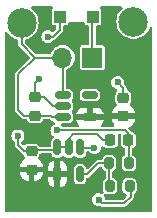
<source format=gbr>
G04 #@! TF.GenerationSoftware,KiCad,Pcbnew,8.0.1*
G04 #@! TF.CreationDate,2025-02-25T21:17:40-07:00*
G04 #@! TF.ProjectId,IRRemote,49525265-6d6f-4746-952e-6b696361645f,rev?*
G04 #@! TF.SameCoordinates,Original*
G04 #@! TF.FileFunction,Copper,L2,Bot*
G04 #@! TF.FilePolarity,Positive*
%FSLAX46Y46*%
G04 Gerber Fmt 4.6, Leading zero omitted, Abs format (unit mm)*
G04 Created by KiCad (PCBNEW 8.0.1) date 2025-02-25 21:17:40*
%MOMM*%
%LPD*%
G01*
G04 APERTURE LIST*
G04 Aperture macros list*
%AMRoundRect*
0 Rectangle with rounded corners*
0 $1 Rounding radius*
0 $2 $3 $4 $5 $6 $7 $8 $9 X,Y pos of 4 corners*
0 Add a 4 corners polygon primitive as box body*
4,1,4,$2,$3,$4,$5,$6,$7,$8,$9,$2,$3,0*
0 Add four circle primitives for the rounded corners*
1,1,$1+$1,$2,$3*
1,1,$1+$1,$4,$5*
1,1,$1+$1,$6,$7*
1,1,$1+$1,$8,$9*
0 Add four rect primitives between the rounded corners*
20,1,$1+$1,$2,$3,$4,$5,0*
20,1,$1+$1,$4,$5,$6,$7,0*
20,1,$1+$1,$6,$7,$8,$9,0*
20,1,$1+$1,$8,$9,$2,$3,0*%
G04 Aperture macros list end*
G04 #@! TA.AperFunction,ComponentPad*
%ADD10R,1.700000X1.700000*%
G04 #@! TD*
G04 #@! TA.AperFunction,ComponentPad*
%ADD11O,1.700000X1.700000*%
G04 #@! TD*
G04 #@! TA.AperFunction,ComponentPad*
%ADD12C,2.500000*%
G04 #@! TD*
G04 #@! TA.AperFunction,SMDPad,CuDef*
%ADD13RoundRect,0.150000X-0.512500X-0.150000X0.512500X-0.150000X0.512500X0.150000X-0.512500X0.150000X0*%
G04 #@! TD*
G04 #@! TA.AperFunction,SMDPad,CuDef*
%ADD14RoundRect,0.225000X-0.250000X0.225000X-0.250000X-0.225000X0.250000X-0.225000X0.250000X0.225000X0*%
G04 #@! TD*
G04 #@! TA.AperFunction,SMDPad,CuDef*
%ADD15R,1.003300X0.990600*%
G04 #@! TD*
G04 #@! TA.AperFunction,SMDPad,CuDef*
%ADD16RoundRect,0.225000X-0.225000X-0.250000X0.225000X-0.250000X0.225000X0.250000X-0.225000X0.250000X0*%
G04 #@! TD*
G04 #@! TA.AperFunction,SMDPad,CuDef*
%ADD17RoundRect,0.200000X-0.200000X-0.275000X0.200000X-0.275000X0.200000X0.275000X-0.200000X0.275000X0*%
G04 #@! TD*
G04 #@! TA.AperFunction,SMDPad,CuDef*
%ADD18RoundRect,0.225000X0.250000X-0.225000X0.250000X0.225000X-0.250000X0.225000X-0.250000X-0.225000X0*%
G04 #@! TD*
G04 #@! TA.AperFunction,SMDPad,CuDef*
%ADD19RoundRect,0.150000X-0.150000X0.512500X-0.150000X-0.512500X0.150000X-0.512500X0.150000X0.512500X0*%
G04 #@! TD*
G04 #@! TA.AperFunction,SMDPad,CuDef*
%ADD20RoundRect,0.200000X0.200000X0.275000X-0.200000X0.275000X-0.200000X-0.275000X0.200000X-0.275000X0*%
G04 #@! TD*
G04 #@! TA.AperFunction,ViaPad*
%ADD21C,0.600000*%
G04 #@! TD*
G04 #@! TA.AperFunction,Conductor*
%ADD22C,0.152400*%
G04 #@! TD*
G04 APERTURE END LIST*
D10*
X139620000Y-69280000D03*
D11*
X137080000Y-69280000D03*
D12*
X133620000Y-66340000D03*
X143100000Y-66240000D03*
D13*
X137130000Y-74340000D03*
X137130000Y-73390000D03*
X137130000Y-72440000D03*
X139405000Y-72440000D03*
X139405000Y-74340000D03*
D14*
X134760000Y-72660000D03*
X134760000Y-74210000D03*
D15*
X139676700Y-65830000D03*
X136870000Y-65830000D03*
D16*
X141115000Y-76270000D03*
X142665000Y-76270000D03*
D17*
X141045000Y-78230000D03*
X142695000Y-78230000D03*
D18*
X142240000Y-74240000D03*
X142240000Y-72690000D03*
D19*
X136655000Y-76885000D03*
X137605000Y-76885000D03*
X138555000Y-76885000D03*
X138555000Y-79160000D03*
X136655000Y-79160000D03*
D18*
X134465000Y-78760000D03*
X134465000Y-77210000D03*
D20*
X142762500Y-80180000D03*
X141112500Y-80180000D03*
D21*
X135100000Y-71120000D03*
X133315000Y-75920000D03*
X141770000Y-71390000D03*
X139210000Y-71360000D03*
X139790000Y-76910000D03*
X140140000Y-81310000D03*
X136620000Y-75450000D03*
X135850000Y-67520000D03*
D22*
X137130000Y-73390000D02*
X136280000Y-73390000D01*
X134585000Y-77090000D02*
X134465000Y-77210000D01*
X140510000Y-76270000D02*
X140032400Y-75792400D01*
X139620000Y-69280000D02*
X139620000Y-66270000D01*
X141115000Y-76270000D02*
X140510000Y-76270000D01*
X134760000Y-72660000D02*
X134760000Y-71460000D01*
X133315000Y-76655000D02*
X133315000Y-75920000D01*
X139620000Y-66270000D02*
X139660000Y-66230000D01*
X141770000Y-71390000D02*
X142240000Y-71860000D01*
X133870000Y-77210000D02*
X133315000Y-76655000D01*
X137947600Y-75792400D02*
X137605000Y-76135000D01*
X137605000Y-76885000D02*
X136655000Y-76885000D01*
X134760000Y-71460000D02*
X135100000Y-71120000D01*
X135550000Y-72660000D02*
X134760000Y-72660000D01*
X137605000Y-76135000D02*
X137605000Y-76885000D01*
X142240000Y-71860000D02*
X142240000Y-72690000D01*
X136655000Y-76885000D02*
X136450000Y-77090000D01*
X134465000Y-77210000D02*
X133870000Y-77210000D01*
X136450000Y-77090000D02*
X134585000Y-77090000D01*
X140032400Y-75792400D02*
X137947600Y-75792400D01*
X136280000Y-73390000D02*
X135550000Y-72660000D01*
X134780000Y-69280000D02*
X133620000Y-68120000D01*
X136230000Y-74340000D02*
X137130000Y-74340000D01*
X137130000Y-69330000D02*
X137080000Y-69280000D01*
X133820000Y-74210000D02*
X133350000Y-73740000D01*
X134760000Y-74210000D02*
X133820000Y-74210000D01*
X136100000Y-74210000D02*
X136230000Y-74340000D01*
X134760000Y-74210000D02*
X136100000Y-74210000D01*
X137130000Y-72440000D02*
X137130000Y-69330000D01*
X133620000Y-68120000D02*
X133620000Y-66340000D01*
X133350000Y-73740000D02*
X133350000Y-70710000D01*
X133350000Y-70710000D02*
X134780000Y-69280000D01*
X134780000Y-69280000D02*
X137080000Y-69280000D01*
X139790000Y-76910000D02*
X138580000Y-76910000D01*
X140460000Y-81630000D02*
X142290000Y-81630000D01*
X138580000Y-76910000D02*
X138555000Y-76885000D01*
X142850000Y-81070000D02*
X142850000Y-80180000D01*
X140140000Y-81310000D02*
X140460000Y-81630000D01*
X142290000Y-81630000D02*
X142850000Y-81070000D01*
X142695000Y-78230000D02*
X142695000Y-76300000D01*
X136630000Y-75440000D02*
X142400000Y-75440000D01*
X142665000Y-75705000D02*
X142665000Y-76270000D01*
X142400000Y-75440000D02*
X142665000Y-75705000D01*
X136620000Y-75450000D02*
X136630000Y-75440000D01*
X142695000Y-76300000D02*
X142665000Y-76270000D01*
X141025000Y-78250000D02*
X141045000Y-78230000D01*
X141025000Y-80180000D02*
X141025000Y-78250000D01*
X139185000Y-79160000D02*
X138555000Y-79160000D01*
X141045000Y-78230000D02*
X140115000Y-78230000D01*
X140115000Y-78230000D02*
X139185000Y-79160000D01*
X136280000Y-67520000D02*
X136853300Y-66946700D01*
X135850000Y-67520000D02*
X136280000Y-67520000D01*
X136853300Y-66946700D02*
X136853300Y-66230000D01*
G04 #@! TA.AperFunction,Conductor*
G36*
X136255687Y-64960185D02*
G01*
X136301442Y-65012989D01*
X136311386Y-65082147D01*
X136282361Y-65145703D01*
X136257540Y-65167602D01*
X136223797Y-65190148D01*
X136179482Y-65256469D01*
X136179481Y-65256470D01*
X136167850Y-65314947D01*
X136167850Y-66345052D01*
X136179481Y-66403529D01*
X136179482Y-66403530D01*
X136223797Y-66469852D01*
X136290119Y-66514167D01*
X136290120Y-66514168D01*
X136348597Y-66525799D01*
X136348600Y-66525800D01*
X136348602Y-66525800D01*
X136452600Y-66525800D01*
X136519639Y-66545485D01*
X136565394Y-66598289D01*
X136576600Y-66649800D01*
X136576600Y-66780724D01*
X136556915Y-66847763D01*
X136540281Y-66868405D01*
X136341405Y-67067280D01*
X136280082Y-67100765D01*
X136210390Y-67095781D01*
X136178238Y-67077975D01*
X136127625Y-67039139D01*
X136127623Y-67039138D01*
X135993712Y-66983671D01*
X135993710Y-66983670D01*
X135993709Y-66983670D01*
X135921854Y-66974210D01*
X135850001Y-66964750D01*
X135849999Y-66964750D01*
X135706291Y-66983670D01*
X135706287Y-66983671D01*
X135572377Y-67039137D01*
X135457379Y-67127379D01*
X135369137Y-67242377D01*
X135313671Y-67376287D01*
X135313670Y-67376291D01*
X135294750Y-67519999D01*
X135294750Y-67520000D01*
X135313670Y-67663708D01*
X135313671Y-67663712D01*
X135369137Y-67797622D01*
X135369138Y-67797624D01*
X135369139Y-67797625D01*
X135457379Y-67912621D01*
X135572375Y-68000861D01*
X135706291Y-68056330D01*
X135833280Y-68073048D01*
X135849999Y-68075250D01*
X135850000Y-68075250D01*
X135850001Y-68075250D01*
X135864977Y-68073278D01*
X135993709Y-68056330D01*
X136127625Y-68000861D01*
X136242621Y-67912621D01*
X136309866Y-67824984D01*
X136366292Y-67783784D01*
X136376136Y-67780701D01*
X136386803Y-67777844D01*
X136386805Y-67777842D01*
X136386807Y-67777842D01*
X136412041Y-67763272D01*
X136449898Y-67741415D01*
X137074715Y-67116598D01*
X137103190Y-67067280D01*
X137111144Y-67053504D01*
X137111144Y-67053503D01*
X137129999Y-66983133D01*
X137130000Y-66983127D01*
X137130000Y-66649800D01*
X137149685Y-66582761D01*
X137202489Y-66537006D01*
X137254000Y-66525800D01*
X137391400Y-66525800D01*
X137391401Y-66525799D01*
X137406218Y-66522852D01*
X137449879Y-66514168D01*
X137449879Y-66514167D01*
X137449881Y-66514167D01*
X137516202Y-66469852D01*
X137560517Y-66403531D01*
X137566329Y-66374308D01*
X137598714Y-66312399D01*
X137659429Y-66277824D01*
X137687947Y-66274500D01*
X138858753Y-66274500D01*
X138925792Y-66294185D01*
X138971547Y-66346989D01*
X138980371Y-66374310D01*
X138986183Y-66403531D01*
X139030497Y-66469852D01*
X139096819Y-66514167D01*
X139096820Y-66514168D01*
X139155297Y-66525799D01*
X139155300Y-66525800D01*
X139155302Y-66525800D01*
X139219300Y-66525800D01*
X139286339Y-66545485D01*
X139332094Y-66598289D01*
X139343300Y-66649800D01*
X139343300Y-68105500D01*
X139323615Y-68172539D01*
X139270811Y-68218294D01*
X139219300Y-68229500D01*
X138750247Y-68229500D01*
X138691770Y-68241131D01*
X138691769Y-68241132D01*
X138625447Y-68285447D01*
X138581132Y-68351769D01*
X138581131Y-68351770D01*
X138569500Y-68410247D01*
X138569500Y-70149752D01*
X138581131Y-70208229D01*
X138581132Y-70208230D01*
X138625447Y-70274552D01*
X138691769Y-70318867D01*
X138691770Y-70318868D01*
X138750247Y-70330499D01*
X138750250Y-70330500D01*
X138750252Y-70330500D01*
X140489750Y-70330500D01*
X140489751Y-70330499D01*
X140504568Y-70327552D01*
X140548229Y-70318868D01*
X140548229Y-70318867D01*
X140548231Y-70318867D01*
X140614552Y-70274552D01*
X140658867Y-70208231D01*
X140658867Y-70208229D01*
X140658868Y-70208229D01*
X140670499Y-70149752D01*
X140670500Y-70149750D01*
X140670500Y-68410249D01*
X140670499Y-68410247D01*
X140658868Y-68351770D01*
X140658867Y-68351769D01*
X140614552Y-68285447D01*
X140548230Y-68241132D01*
X140548229Y-68241131D01*
X140489752Y-68229500D01*
X140489748Y-68229500D01*
X140020700Y-68229500D01*
X139953661Y-68209815D01*
X139907906Y-68157011D01*
X139896700Y-68105500D01*
X139896700Y-66649800D01*
X139916385Y-66582761D01*
X139969189Y-66537006D01*
X140020700Y-66525800D01*
X140198100Y-66525800D01*
X140198101Y-66525799D01*
X140212918Y-66522852D01*
X140256579Y-66514168D01*
X140256579Y-66514167D01*
X140256581Y-66514167D01*
X140322902Y-66469852D01*
X140367217Y-66403531D01*
X140367217Y-66403529D01*
X140367218Y-66403529D01*
X140378849Y-66345052D01*
X140378850Y-66345050D01*
X140378850Y-65314949D01*
X140378849Y-65314947D01*
X140367218Y-65256470D01*
X140367217Y-65256469D01*
X140322902Y-65190148D01*
X140289160Y-65167602D01*
X140244356Y-65113989D01*
X140235649Y-65044664D01*
X140265804Y-64981637D01*
X140325248Y-64944918D01*
X140358052Y-64940500D01*
X142046838Y-64940500D01*
X142113877Y-64960185D01*
X142159632Y-65012989D01*
X142169576Y-65082147D01*
X142140551Y-65145703D01*
X142123000Y-65162353D01*
X142114242Y-65169169D01*
X142114239Y-65169172D01*
X141951430Y-65346029D01*
X141951427Y-65346033D01*
X141819951Y-65547270D01*
X141723389Y-65767410D01*
X141664379Y-66000440D01*
X141644529Y-66239994D01*
X141644529Y-66240005D01*
X141664379Y-66479559D01*
X141723389Y-66712589D01*
X141819951Y-66932729D01*
X141951427Y-67133966D01*
X141951429Y-67133969D01*
X142114236Y-67310825D01*
X142114239Y-67310827D01*
X142114242Y-67310830D01*
X142303924Y-67458466D01*
X142303930Y-67458470D01*
X142303933Y-67458472D01*
X142515344Y-67572882D01*
X142515347Y-67572883D01*
X142742699Y-67650933D01*
X142742701Y-67650933D01*
X142742703Y-67650934D01*
X142979808Y-67690500D01*
X142979809Y-67690500D01*
X143220191Y-67690500D01*
X143220192Y-67690500D01*
X143457297Y-67650934D01*
X143684656Y-67572882D01*
X143896067Y-67458472D01*
X144085764Y-67310825D01*
X144248571Y-67133969D01*
X144380049Y-66932728D01*
X144461945Y-66746023D01*
X144506900Y-66692539D01*
X144573636Y-66671849D01*
X144640964Y-66690523D01*
X144687507Y-66742634D01*
X144699500Y-66795835D01*
X144699500Y-82225500D01*
X144679815Y-82292539D01*
X144627011Y-82338294D01*
X144575500Y-82349500D01*
X132314500Y-82349500D01*
X132247461Y-82329815D01*
X132201706Y-82277011D01*
X132190500Y-82225500D01*
X132190500Y-79010000D01*
X133490001Y-79010000D01*
X133490001Y-79033322D01*
X133500144Y-79132607D01*
X133553452Y-79293481D01*
X133553457Y-79293492D01*
X133642424Y-79437728D01*
X133642427Y-79437732D01*
X133762267Y-79557572D01*
X133762271Y-79557575D01*
X133906507Y-79646542D01*
X133906518Y-79646547D01*
X134067393Y-79699855D01*
X134166683Y-79709999D01*
X134214999Y-79709998D01*
X134215000Y-79709998D01*
X134215000Y-79010000D01*
X134715000Y-79010000D01*
X134715000Y-79709999D01*
X134763308Y-79709999D01*
X134763322Y-79709998D01*
X134862607Y-79699855D01*
X135023481Y-79646547D01*
X135023492Y-79646542D01*
X135167728Y-79557575D01*
X135167732Y-79557572D01*
X135287572Y-79437732D01*
X135287575Y-79437728D01*
X135304678Y-79410000D01*
X135855000Y-79410000D01*
X135855000Y-79738149D01*
X135857899Y-79774989D01*
X135857900Y-79774995D01*
X135903716Y-79932693D01*
X135903717Y-79932696D01*
X135987314Y-80074052D01*
X135987321Y-80074061D01*
X136103438Y-80190178D01*
X136103447Y-80190185D01*
X136244801Y-80273781D01*
X136402514Y-80319600D01*
X136402511Y-80319600D01*
X136404998Y-80319795D01*
X136405000Y-80319795D01*
X136405000Y-79410000D01*
X136905000Y-79410000D01*
X136905000Y-80319795D01*
X136905001Y-80319795D01*
X136907486Y-80319600D01*
X137065198Y-80273781D01*
X137206552Y-80190185D01*
X137206561Y-80190178D01*
X137322678Y-80074061D01*
X137322685Y-80074052D01*
X137406282Y-79932696D01*
X137406283Y-79932693D01*
X137452099Y-79774995D01*
X137452100Y-79774989D01*
X137454999Y-79738149D01*
X137455000Y-79738134D01*
X137455000Y-79705760D01*
X138054500Y-79705760D01*
X138064426Y-79773891D01*
X138115803Y-79878985D01*
X138198514Y-79961696D01*
X138198515Y-79961696D01*
X138198517Y-79961698D01*
X138303607Y-80013073D01*
X138337673Y-80018036D01*
X138371739Y-80023000D01*
X138371740Y-80023000D01*
X138738261Y-80023000D01*
X138760971Y-80019691D01*
X138806393Y-80013073D01*
X138911483Y-79961698D01*
X138994198Y-79878983D01*
X139045573Y-79773893D01*
X139055500Y-79705760D01*
X139055500Y-79560700D01*
X139075185Y-79493661D01*
X139127989Y-79447906D01*
X139179500Y-79436700D01*
X139221428Y-79436700D01*
X139221433Y-79436699D01*
X139291803Y-79417844D01*
X139291804Y-79417844D01*
X139336755Y-79391890D01*
X139354898Y-79381415D01*
X140193294Y-78543019D01*
X140254617Y-78509534D01*
X140280975Y-78506700D01*
X140333871Y-78506700D01*
X140400910Y-78526385D01*
X140446665Y-78579189D01*
X140456344Y-78611303D01*
X140459352Y-78630299D01*
X140459352Y-78630300D01*
X140459353Y-78630303D01*
X140459354Y-78630304D01*
X140516950Y-78743342D01*
X140516952Y-78743344D01*
X140516954Y-78743347D01*
X140606652Y-78833045D01*
X140606656Y-78833048D01*
X140606658Y-78833050D01*
X140680597Y-78870724D01*
X140731391Y-78918696D01*
X140748300Y-78981207D01*
X140748300Y-79463185D01*
X140728615Y-79530224D01*
X140680597Y-79573669D01*
X140674155Y-79576951D01*
X140584454Y-79666652D01*
X140584451Y-79666657D01*
X140526852Y-79779698D01*
X140512000Y-79873475D01*
X140512000Y-80486517D01*
X140522792Y-80554657D01*
X140526854Y-80580304D01*
X140564186Y-80653572D01*
X140577082Y-80722239D01*
X140550806Y-80786980D01*
X140493700Y-80827237D01*
X140423894Y-80830229D01*
X140406249Y-80824427D01*
X140380820Y-80813894D01*
X140283709Y-80773670D01*
X140283708Y-80773669D01*
X140283706Y-80773669D01*
X140140001Y-80754750D01*
X140139999Y-80754750D01*
X139996291Y-80773670D01*
X139996287Y-80773671D01*
X139862377Y-80829137D01*
X139747379Y-80917379D01*
X139659137Y-81032377D01*
X139603671Y-81166287D01*
X139603670Y-81166291D01*
X139584750Y-81309999D01*
X139584750Y-81310000D01*
X139603670Y-81453708D01*
X139603671Y-81453712D01*
X139659137Y-81587622D01*
X139659138Y-81587624D01*
X139659139Y-81587625D01*
X139747379Y-81702621D01*
X139862375Y-81790861D01*
X139996291Y-81846330D01*
X140121755Y-81862848D01*
X140139999Y-81865250D01*
X140140000Y-81865250D01*
X140140001Y-81865250D01*
X140169091Y-81861419D01*
X140240010Y-81852083D01*
X140309044Y-81862848D01*
X140318196Y-81867636D01*
X140353197Y-81887844D01*
X140423568Y-81906699D01*
X140423572Y-81906700D01*
X140423575Y-81906700D01*
X142326428Y-81906700D01*
X142326433Y-81906699D01*
X142396803Y-81887844D01*
X142396804Y-81887844D01*
X142440096Y-81862848D01*
X142459898Y-81851415D01*
X143071415Y-81239898D01*
X143087652Y-81211775D01*
X143107844Y-81176804D01*
X143107844Y-81176803D01*
X143126699Y-81106433D01*
X143126700Y-81106427D01*
X143126700Y-80896814D01*
X143146385Y-80829775D01*
X143194405Y-80786329D01*
X143200842Y-80783050D01*
X143290550Y-80693342D01*
X143348146Y-80580304D01*
X143348146Y-80580302D01*
X143348147Y-80580301D01*
X143362999Y-80486524D01*
X143363000Y-80486519D01*
X143362999Y-79873482D01*
X143348146Y-79779696D01*
X143290550Y-79666658D01*
X143290546Y-79666654D01*
X143290545Y-79666652D01*
X143200847Y-79576954D01*
X143200844Y-79576952D01*
X143200842Y-79576950D01*
X143124017Y-79537805D01*
X143087801Y-79519352D01*
X142994024Y-79504500D01*
X142530982Y-79504500D01*
X142450019Y-79517323D01*
X142437196Y-79519354D01*
X142324158Y-79576950D01*
X142324157Y-79576951D01*
X142324152Y-79576954D01*
X142234454Y-79666652D01*
X142234451Y-79666657D01*
X142176852Y-79779698D01*
X142162000Y-79873475D01*
X142162000Y-80486517D01*
X142172792Y-80554657D01*
X142176854Y-80580304D01*
X142234450Y-80693342D01*
X142234452Y-80693344D01*
X142234454Y-80693347D01*
X142324152Y-80783045D01*
X142324154Y-80783046D01*
X142324158Y-80783050D01*
X142437196Y-80840646D01*
X142437197Y-80840646D01*
X142445891Y-80845076D01*
X142444895Y-80847029D01*
X142491756Y-80879073D01*
X142518952Y-80943433D01*
X142507036Y-81012279D01*
X142483441Y-81045245D01*
X142211706Y-81316981D01*
X142150383Y-81350466D01*
X142124025Y-81353300D01*
X140809695Y-81353300D01*
X140742656Y-81333615D01*
X140696901Y-81280811D01*
X140686756Y-81245485D01*
X140686020Y-81239898D01*
X140676330Y-81166291D01*
X140620861Y-81032375D01*
X140606116Y-81013160D01*
X140580923Y-80947994D01*
X140594960Y-80879549D01*
X140643774Y-80829559D01*
X140711865Y-80813894D01*
X140760786Y-80827189D01*
X140765437Y-80829559D01*
X140787198Y-80840647D01*
X140880975Y-80855499D01*
X140880981Y-80855500D01*
X141344018Y-80855499D01*
X141437804Y-80840646D01*
X141550842Y-80783050D01*
X141640550Y-80693342D01*
X141698146Y-80580304D01*
X141698146Y-80580302D01*
X141698147Y-80580301D01*
X141712999Y-80486524D01*
X141713000Y-80486519D01*
X141712999Y-79873482D01*
X141698146Y-79779696D01*
X141640550Y-79666658D01*
X141640546Y-79666654D01*
X141640545Y-79666652D01*
X141550847Y-79576954D01*
X141550844Y-79576952D01*
X141550842Y-79576950D01*
X141437804Y-79519354D01*
X141437802Y-79519353D01*
X141437801Y-79519353D01*
X141406299Y-79514363D01*
X141343165Y-79484432D01*
X141306235Y-79425120D01*
X141301700Y-79391890D01*
X141301700Y-79001589D01*
X141321385Y-78934550D01*
X141369405Y-78891105D01*
X141483338Y-78833052D01*
X141483337Y-78833052D01*
X141483342Y-78833050D01*
X141573050Y-78743342D01*
X141630646Y-78630304D01*
X141630646Y-78630302D01*
X141630647Y-78630301D01*
X141644156Y-78545004D01*
X141645500Y-78536519D01*
X141645499Y-77923482D01*
X141630646Y-77829696D01*
X141573050Y-77716658D01*
X141573046Y-77716654D01*
X141573045Y-77716652D01*
X141483347Y-77626954D01*
X141483344Y-77626952D01*
X141483342Y-77626950D01*
X141406517Y-77587805D01*
X141370301Y-77569352D01*
X141276524Y-77554500D01*
X140813482Y-77554500D01*
X140732519Y-77567323D01*
X140719696Y-77569354D01*
X140606658Y-77626950D01*
X140606657Y-77626951D01*
X140606652Y-77626954D01*
X140516954Y-77716652D01*
X140516951Y-77716657D01*
X140516950Y-77716658D01*
X140482878Y-77783528D01*
X140459354Y-77829696D01*
X140456345Y-77848697D01*
X140426416Y-77911832D01*
X140367105Y-77948764D01*
X140333871Y-77953300D01*
X140078566Y-77953300D01*
X140008196Y-77972155D01*
X140008195Y-77972155D01*
X139945107Y-78008581D01*
X139945098Y-78008587D01*
X139266363Y-78687323D01*
X139205040Y-78720808D01*
X139135348Y-78715824D01*
X139079415Y-78673952D01*
X139055978Y-78617520D01*
X139045573Y-78546108D01*
X139045573Y-78546107D01*
X138994198Y-78441017D01*
X138994196Y-78441015D01*
X138994196Y-78441014D01*
X138911485Y-78358303D01*
X138806391Y-78306926D01*
X138738261Y-78297000D01*
X138738260Y-78297000D01*
X138371740Y-78297000D01*
X138371739Y-78297000D01*
X138303608Y-78306926D01*
X138198514Y-78358303D01*
X138115803Y-78441014D01*
X138064426Y-78546108D01*
X138054500Y-78614239D01*
X138054500Y-79705760D01*
X137455000Y-79705760D01*
X137455000Y-79410000D01*
X136905000Y-79410000D01*
X136405000Y-79410000D01*
X135855000Y-79410000D01*
X135304678Y-79410000D01*
X135376542Y-79293492D01*
X135376547Y-79293481D01*
X135429855Y-79132606D01*
X135439999Y-79033322D01*
X135440000Y-79033309D01*
X135440000Y-79010000D01*
X134715000Y-79010000D01*
X134215000Y-79010000D01*
X133490001Y-79010000D01*
X132190500Y-79010000D01*
X132190500Y-78910000D01*
X135855000Y-78910000D01*
X136405000Y-78910000D01*
X136405000Y-78000203D01*
X136905000Y-78000203D01*
X136905000Y-78910000D01*
X137455000Y-78910000D01*
X137455000Y-78581865D01*
X137454999Y-78581850D01*
X137452100Y-78545010D01*
X137452099Y-78545004D01*
X137406283Y-78387306D01*
X137406282Y-78387303D01*
X137322685Y-78245947D01*
X137322678Y-78245938D01*
X137206561Y-78129821D01*
X137206552Y-78129814D01*
X137065196Y-78046217D01*
X137065193Y-78046216D01*
X136907494Y-78000400D01*
X136907497Y-78000400D01*
X136905000Y-78000203D01*
X136405000Y-78000203D01*
X136402503Y-78000400D01*
X136244806Y-78046216D01*
X136244803Y-78046217D01*
X136103447Y-78129814D01*
X136103438Y-78129821D01*
X135987321Y-78245938D01*
X135987314Y-78245947D01*
X135903717Y-78387303D01*
X135903716Y-78387306D01*
X135857900Y-78545004D01*
X135857899Y-78545010D01*
X135855000Y-78581850D01*
X135855000Y-78910000D01*
X132190500Y-78910000D01*
X132190500Y-67220483D01*
X132210185Y-67153444D01*
X132262989Y-67107689D01*
X132332147Y-67097745D01*
X132395703Y-67126770D01*
X132418303Y-67152654D01*
X132471429Y-67233969D01*
X132634236Y-67410825D01*
X132634239Y-67410827D01*
X132634242Y-67410830D01*
X132823924Y-67558466D01*
X132823930Y-67558470D01*
X132823933Y-67558472D01*
X133035344Y-67672882D01*
X133035347Y-67672883D01*
X133259563Y-67749856D01*
X133316578Y-67790241D01*
X133342709Y-67855041D01*
X133343300Y-67867137D01*
X133343300Y-68156433D01*
X133362155Y-68226803D01*
X133362155Y-68226804D01*
X133398581Y-68289892D01*
X133398587Y-68289901D01*
X134301005Y-69192319D01*
X134334490Y-69253642D01*
X134329506Y-69323334D01*
X134301005Y-69367681D01*
X133128587Y-70540098D01*
X133128585Y-70540101D01*
X133092154Y-70603199D01*
X133087931Y-70618962D01*
X133087931Y-70618964D01*
X133073300Y-70673568D01*
X133073300Y-73776433D01*
X133092155Y-73846803D01*
X133092155Y-73846804D01*
X133128581Y-73909892D01*
X133128587Y-73909901D01*
X133375426Y-74156739D01*
X133598585Y-74379898D01*
X133650102Y-74431415D01*
X133678223Y-74447651D01*
X133713197Y-74467844D01*
X133783568Y-74486699D01*
X133783572Y-74486700D01*
X133983733Y-74486700D01*
X134050772Y-74506385D01*
X134096527Y-74559189D01*
X134099116Y-74565839D01*
X134100280Y-74568125D01*
X134100281Y-74568126D01*
X134161472Y-74688220D01*
X134161474Y-74688222D01*
X134161476Y-74688225D01*
X134256774Y-74783523D01*
X134256778Y-74783526D01*
X134256780Y-74783528D01*
X134376874Y-74844719D01*
X134376876Y-74844719D01*
X134376878Y-74844720D01*
X134476507Y-74860500D01*
X134476512Y-74860500D01*
X135043493Y-74860500D01*
X135143121Y-74844720D01*
X135143121Y-74844719D01*
X135143126Y-74844719D01*
X135263220Y-74783528D01*
X135358528Y-74688220D01*
X135419719Y-74568126D01*
X135419719Y-74568124D01*
X135424149Y-74559431D01*
X135426405Y-74560580D01*
X135457773Y-74514707D01*
X135522131Y-74487508D01*
X135536267Y-74486700D01*
X135934025Y-74486700D01*
X136001064Y-74506385D01*
X136021707Y-74523020D01*
X136060098Y-74561412D01*
X136060101Y-74561414D01*
X136060102Y-74561415D01*
X136060105Y-74561417D01*
X136060107Y-74561418D01*
X136123195Y-74597844D01*
X136193566Y-74616699D01*
X136193572Y-74616700D01*
X136211894Y-74616700D01*
X136278933Y-74636385D01*
X136323295Y-74686241D01*
X136328302Y-74696484D01*
X136393996Y-74762178D01*
X136427481Y-74823501D01*
X136422497Y-74893193D01*
X136380625Y-74949126D01*
X136353767Y-74964420D01*
X136342378Y-74969137D01*
X136342375Y-74969138D01*
X136342375Y-74969139D01*
X136285290Y-75012942D01*
X136227379Y-75057379D01*
X136139137Y-75172377D01*
X136083671Y-75306287D01*
X136083670Y-75306291D01*
X136064750Y-75449999D01*
X136064750Y-75450000D01*
X136083670Y-75593708D01*
X136083671Y-75593712D01*
X136139137Y-75727622D01*
X136139138Y-75727624D01*
X136139139Y-75727625D01*
X136227379Y-75842621D01*
X136291639Y-75891930D01*
X136332840Y-75948356D01*
X136336995Y-76018102D01*
X136303833Y-76077985D01*
X136215802Y-76166016D01*
X136164426Y-76271108D01*
X136154500Y-76339239D01*
X136154500Y-76689300D01*
X136134815Y-76756339D01*
X136082011Y-76802094D01*
X136030500Y-76813300D01*
X135181052Y-76813300D01*
X135114013Y-76793615D01*
X135070567Y-76745595D01*
X135063526Y-76731777D01*
X134968225Y-76636476D01*
X134968221Y-76636473D01*
X134968220Y-76636472D01*
X134848126Y-76575281D01*
X134848124Y-76575280D01*
X134848121Y-76575279D01*
X134748493Y-76559500D01*
X134748488Y-76559500D01*
X134181512Y-76559500D01*
X134181507Y-76559500D01*
X134081878Y-76575279D01*
X133961778Y-76636473D01*
X133961774Y-76636476D01*
X133912463Y-76685788D01*
X133851140Y-76719273D01*
X133781448Y-76714289D01*
X133737101Y-76685788D01*
X133628019Y-76576706D01*
X133594534Y-76515383D01*
X133591700Y-76489025D01*
X133591700Y-76462720D01*
X133611385Y-76395681D01*
X133640212Y-76364345D01*
X133707621Y-76312621D01*
X133795861Y-76197625D01*
X133851330Y-76063709D01*
X133870250Y-75920000D01*
X133851330Y-75776291D01*
X133795861Y-75642375D01*
X133707621Y-75527379D01*
X133592625Y-75439139D01*
X133592624Y-75439138D01*
X133592622Y-75439137D01*
X133458712Y-75383671D01*
X133458710Y-75383670D01*
X133458709Y-75383670D01*
X133386854Y-75374210D01*
X133315001Y-75364750D01*
X133314999Y-75364750D01*
X133171291Y-75383670D01*
X133171287Y-75383671D01*
X133037377Y-75439137D01*
X132922379Y-75527379D01*
X132834137Y-75642377D01*
X132778671Y-75776287D01*
X132778670Y-75776291D01*
X132759750Y-75919999D01*
X132759750Y-75920000D01*
X132778670Y-76063708D01*
X132778671Y-76063712D01*
X132834137Y-76197622D01*
X132834138Y-76197624D01*
X132834139Y-76197625D01*
X132922379Y-76312621D01*
X132989786Y-76364345D01*
X133030989Y-76420772D01*
X133038300Y-76462720D01*
X133038300Y-76691433D01*
X133057155Y-76761803D01*
X133057155Y-76761804D01*
X133093581Y-76824892D01*
X133093587Y-76824901D01*
X133455387Y-77186700D01*
X133648585Y-77379898D01*
X133700102Y-77431415D01*
X133740814Y-77454920D01*
X133789029Y-77505488D01*
X133801286Y-77542908D01*
X133805279Y-77568123D01*
X133810865Y-77579085D01*
X133866472Y-77688220D01*
X133866474Y-77688222D01*
X133866476Y-77688225D01*
X133885424Y-77707173D01*
X133918909Y-77768496D01*
X133913925Y-77838188D01*
X133872053Y-77894121D01*
X133862841Y-77900392D01*
X133762268Y-77962426D01*
X133642427Y-78082267D01*
X133642424Y-78082271D01*
X133553457Y-78226507D01*
X133553452Y-78226518D01*
X133500144Y-78387393D01*
X133490000Y-78486677D01*
X133490000Y-78510000D01*
X135439999Y-78510000D01*
X135439999Y-78486692D01*
X135439998Y-78486677D01*
X135429855Y-78387392D01*
X135376547Y-78226518D01*
X135376542Y-78226507D01*
X135287575Y-78082271D01*
X135287572Y-78082267D01*
X135167732Y-77962427D01*
X135167728Y-77962424D01*
X135067159Y-77900392D01*
X135020434Y-77848444D01*
X135009213Y-77779482D01*
X135037056Y-77715400D01*
X135044565Y-77707182D01*
X135063528Y-77688220D01*
X135124719Y-77568126D01*
X135128713Y-77542908D01*
X135140055Y-77471302D01*
X135169984Y-77408167D01*
X135229296Y-77371236D01*
X135262528Y-77366700D01*
X136037924Y-77366700D01*
X136104963Y-77386385D01*
X136150718Y-77439189D01*
X136160628Y-77472822D01*
X136164426Y-77498891D01*
X136215803Y-77603985D01*
X136298514Y-77686696D01*
X136298515Y-77686696D01*
X136298517Y-77686698D01*
X136403607Y-77738073D01*
X136437673Y-77743036D01*
X136471739Y-77748000D01*
X136471740Y-77748000D01*
X136838261Y-77748000D01*
X136860971Y-77744691D01*
X136906393Y-77738073D01*
X137011483Y-77686698D01*
X137011485Y-77686696D01*
X137042319Y-77655863D01*
X137103642Y-77622378D01*
X137173334Y-77627362D01*
X137217681Y-77655863D01*
X137248514Y-77686696D01*
X137248515Y-77686696D01*
X137248517Y-77686698D01*
X137353607Y-77738073D01*
X137387673Y-77743036D01*
X137421739Y-77748000D01*
X137421740Y-77748000D01*
X137788261Y-77748000D01*
X137810971Y-77744691D01*
X137856393Y-77738073D01*
X137961483Y-77686698D01*
X137961485Y-77686696D01*
X137992319Y-77655863D01*
X138053642Y-77622378D01*
X138123334Y-77627362D01*
X138167681Y-77655863D01*
X138198514Y-77686696D01*
X138198515Y-77686696D01*
X138198517Y-77686698D01*
X138303607Y-77738073D01*
X138337673Y-77743036D01*
X138371739Y-77748000D01*
X138371740Y-77748000D01*
X138738261Y-77748000D01*
X138760971Y-77744691D01*
X138806393Y-77738073D01*
X138911483Y-77686698D01*
X138994198Y-77603983D01*
X139045573Y-77498893D01*
X139055500Y-77430760D01*
X139055500Y-77310700D01*
X139075185Y-77243661D01*
X139127989Y-77197906D01*
X139179500Y-77186700D01*
X139247280Y-77186700D01*
X139314319Y-77206385D01*
X139345654Y-77235212D01*
X139397379Y-77302621D01*
X139512375Y-77390861D01*
X139646291Y-77446330D01*
X139773280Y-77463048D01*
X139789999Y-77465250D01*
X139790000Y-77465250D01*
X139790001Y-77465250D01*
X139804977Y-77463278D01*
X139933709Y-77446330D01*
X140067625Y-77390861D01*
X140182621Y-77302621D01*
X140270861Y-77187625D01*
X140326330Y-77053709D01*
X140345250Y-76910000D01*
X140342443Y-76888679D01*
X140353208Y-76819644D01*
X140399588Y-76767388D01*
X140466857Y-76748502D01*
X140533657Y-76768982D01*
X140553063Y-76784812D01*
X140636774Y-76868523D01*
X140636778Y-76868526D01*
X140636780Y-76868528D01*
X140756874Y-76929719D01*
X140756876Y-76929719D01*
X140756878Y-76929720D01*
X140856507Y-76945500D01*
X140856512Y-76945500D01*
X141373493Y-76945500D01*
X141473121Y-76929720D01*
X141473121Y-76929719D01*
X141473126Y-76929719D01*
X141593220Y-76868528D01*
X141688528Y-76773220D01*
X141749719Y-76653126D01*
X141755977Y-76613615D01*
X141765500Y-76553493D01*
X141765500Y-75986506D01*
X141750519Y-75891928D01*
X141749719Y-75886874D01*
X141749717Y-75886870D01*
X141747168Y-75879023D01*
X141745169Y-75809182D01*
X141781247Y-75749348D01*
X141843947Y-75718517D01*
X141865097Y-75716700D01*
X141914903Y-75716700D01*
X141981942Y-75736385D01*
X142027697Y-75789189D01*
X142037641Y-75858347D01*
X142032832Y-75879023D01*
X142030280Y-75886876D01*
X142014500Y-75986506D01*
X142014500Y-76553493D01*
X142030279Y-76653121D01*
X142030280Y-76653124D01*
X142030281Y-76653126D01*
X142089313Y-76768982D01*
X142091473Y-76773221D01*
X142091476Y-76773225D01*
X142186774Y-76868523D01*
X142186778Y-76868526D01*
X142186780Y-76868528D01*
X142306874Y-76929719D01*
X142313694Y-76930799D01*
X142376830Y-76960727D01*
X142413763Y-77020037D01*
X142418300Y-77053273D01*
X142418300Y-77468601D01*
X142398615Y-77535640D01*
X142350596Y-77579085D01*
X142256659Y-77626949D01*
X142256652Y-77626954D01*
X142166954Y-77716652D01*
X142166951Y-77716657D01*
X142166950Y-77716658D01*
X142150980Y-77748000D01*
X142109352Y-77829698D01*
X142094500Y-77923475D01*
X142094500Y-78536517D01*
X142105292Y-78604657D01*
X142109354Y-78630304D01*
X142166950Y-78743342D01*
X142166952Y-78743344D01*
X142166954Y-78743347D01*
X142256652Y-78833045D01*
X142256654Y-78833046D01*
X142256658Y-78833050D01*
X142355279Y-78883300D01*
X142369698Y-78890647D01*
X142463475Y-78905499D01*
X142463481Y-78905500D01*
X142926518Y-78905499D01*
X143020304Y-78890646D01*
X143133342Y-78833050D01*
X143223050Y-78743342D01*
X143280646Y-78630304D01*
X143280646Y-78630302D01*
X143280647Y-78630301D01*
X143294156Y-78545004D01*
X143295500Y-78536519D01*
X143295499Y-77923482D01*
X143280646Y-77829696D01*
X143223050Y-77716658D01*
X143223046Y-77716654D01*
X143223045Y-77716652D01*
X143133347Y-77626954D01*
X143133343Y-77626951D01*
X143133342Y-77626950D01*
X143124369Y-77622378D01*
X143039404Y-77579085D01*
X142988609Y-77531110D01*
X142971700Y-77468601D01*
X142971700Y-77031908D01*
X142991385Y-76964869D01*
X143039403Y-76921425D01*
X143143220Y-76868528D01*
X143238528Y-76773220D01*
X143299719Y-76653126D01*
X143305977Y-76613615D01*
X143315500Y-76553493D01*
X143315500Y-75986506D01*
X143299720Y-75886878D01*
X143299719Y-75886876D01*
X143299719Y-75886874D01*
X143238528Y-75766780D01*
X143238526Y-75766778D01*
X143238523Y-75766774D01*
X143143225Y-75671476D01*
X143143221Y-75671473D01*
X143143220Y-75671472D01*
X143023126Y-75610281D01*
X143023125Y-75610280D01*
X143023122Y-75610279D01*
X142978843Y-75603266D01*
X142915709Y-75573335D01*
X142890858Y-75542796D01*
X142886419Y-75535108D01*
X142886416Y-75535105D01*
X142886415Y-75535102D01*
X142801312Y-75449999D01*
X142699813Y-75348499D01*
X142666328Y-75287176D01*
X142671312Y-75217484D01*
X142713184Y-75161551D01*
X142748492Y-75143111D01*
X142798484Y-75126545D01*
X142798492Y-75126542D01*
X142942728Y-75037575D01*
X142942732Y-75037572D01*
X143062572Y-74917732D01*
X143062575Y-74917728D01*
X143151542Y-74773492D01*
X143151547Y-74773481D01*
X143204855Y-74612606D01*
X143214999Y-74513322D01*
X143215000Y-74513309D01*
X143215000Y-74490000D01*
X141265001Y-74490000D01*
X141265001Y-74513322D01*
X141275144Y-74612607D01*
X141328452Y-74773481D01*
X141328457Y-74773492D01*
X141417424Y-74917728D01*
X141417427Y-74917732D01*
X141451314Y-74951619D01*
X141484799Y-75012942D01*
X141479815Y-75082634D01*
X141437943Y-75138567D01*
X141372479Y-75162984D01*
X141363633Y-75163300D01*
X140462802Y-75163300D01*
X140395763Y-75143615D01*
X140350008Y-75090811D01*
X140340064Y-75021653D01*
X140369089Y-74958097D01*
X140375121Y-74951619D01*
X140435178Y-74891561D01*
X140435185Y-74891552D01*
X140518781Y-74750198D01*
X140564600Y-74592486D01*
X140564795Y-74590001D01*
X140564795Y-74590000D01*
X138245205Y-74590000D01*
X138245204Y-74590001D01*
X138245399Y-74592486D01*
X138291218Y-74750198D01*
X138374814Y-74891552D01*
X138374821Y-74891561D01*
X138434879Y-74951619D01*
X138468364Y-75012942D01*
X138463380Y-75082634D01*
X138421508Y-75138567D01*
X138356044Y-75162984D01*
X138347198Y-75163300D01*
X137155047Y-75163300D01*
X137088008Y-75143615D01*
X137056673Y-75114789D01*
X137012621Y-75057379D01*
X137012618Y-75057376D01*
X137012616Y-75057374D01*
X137007423Y-75052181D01*
X136973938Y-74990858D01*
X136978922Y-74921166D01*
X137020794Y-74865233D01*
X137086258Y-74840816D01*
X137095104Y-74840500D01*
X137675761Y-74840500D01*
X137698471Y-74837191D01*
X137743893Y-74830573D01*
X137848983Y-74779198D01*
X137931698Y-74696483D01*
X137983073Y-74591393D01*
X137993000Y-74523260D01*
X137993000Y-74156740D01*
X137983276Y-74089998D01*
X138245204Y-74089998D01*
X138245205Y-74090000D01*
X139155000Y-74090000D01*
X139155000Y-73540000D01*
X139655000Y-73540000D01*
X139655000Y-74090000D01*
X140564795Y-74090000D01*
X140564795Y-74089998D01*
X140564600Y-74087513D01*
X140518781Y-73929801D01*
X140435185Y-73788447D01*
X140435178Y-73788438D01*
X140319061Y-73672321D01*
X140319052Y-73672314D01*
X140177696Y-73588717D01*
X140177693Y-73588716D01*
X140019995Y-73542900D01*
X140019989Y-73542899D01*
X139983149Y-73540000D01*
X139655000Y-73540000D01*
X139155000Y-73540000D01*
X138826850Y-73540000D01*
X138790010Y-73542899D01*
X138790004Y-73542900D01*
X138632306Y-73588716D01*
X138632303Y-73588717D01*
X138490947Y-73672314D01*
X138490938Y-73672321D01*
X138374821Y-73788438D01*
X138374814Y-73788447D01*
X138291218Y-73929801D01*
X138245399Y-74087513D01*
X138245204Y-74089998D01*
X137983276Y-74089998D01*
X137983073Y-74088607D01*
X137931698Y-73983517D01*
X137931696Y-73983515D01*
X137931696Y-73983514D01*
X137900863Y-73952681D01*
X137867378Y-73891358D01*
X137872362Y-73821666D01*
X137900863Y-73777319D01*
X137931696Y-73746485D01*
X137931698Y-73746483D01*
X137983073Y-73641393D01*
X137993000Y-73573260D01*
X137993000Y-73206740D01*
X137983073Y-73138607D01*
X137931698Y-73033517D01*
X137931696Y-73033515D01*
X137931696Y-73033514D01*
X137900863Y-73002681D01*
X137867378Y-72941358D01*
X137872362Y-72871666D01*
X137900863Y-72827319D01*
X137931696Y-72796485D01*
X137931698Y-72796483D01*
X137983073Y-72691393D01*
X137993000Y-72623260D01*
X138542000Y-72623260D01*
X138551926Y-72691391D01*
X138603303Y-72796485D01*
X138686014Y-72879196D01*
X138686015Y-72879196D01*
X138686017Y-72879198D01*
X138791107Y-72930573D01*
X138825173Y-72935536D01*
X138859239Y-72940500D01*
X138859240Y-72940500D01*
X139950761Y-72940500D01*
X139976841Y-72936700D01*
X140018893Y-72930573D01*
X140123983Y-72879198D01*
X140206698Y-72796483D01*
X140258073Y-72691393D01*
X140268000Y-72623260D01*
X140268000Y-72256740D01*
X140258073Y-72188607D01*
X140206698Y-72083517D01*
X140206696Y-72083515D01*
X140206696Y-72083514D01*
X140123985Y-72000803D01*
X140018891Y-71949426D01*
X139950761Y-71939500D01*
X139950760Y-71939500D01*
X138859240Y-71939500D01*
X138859239Y-71939500D01*
X138791108Y-71949426D01*
X138686014Y-72000803D01*
X138603303Y-72083514D01*
X138551926Y-72188608D01*
X138542000Y-72256739D01*
X138542000Y-72623260D01*
X137993000Y-72623260D01*
X137993000Y-72256740D01*
X137983073Y-72188607D01*
X137931698Y-72083517D01*
X137931696Y-72083515D01*
X137931696Y-72083514D01*
X137848985Y-72000803D01*
X137743891Y-71949426D01*
X137675761Y-71939500D01*
X137675760Y-71939500D01*
X137530700Y-71939500D01*
X137463661Y-71919815D01*
X137417906Y-71867011D01*
X137406700Y-71815500D01*
X137406700Y-71390000D01*
X141214750Y-71390000D01*
X141233670Y-71533708D01*
X141233671Y-71533712D01*
X141289137Y-71667622D01*
X141289138Y-71667624D01*
X141289139Y-71667625D01*
X141377379Y-71782621D01*
X141492375Y-71870861D01*
X141492376Y-71870861D01*
X141492377Y-71870862D01*
X141537013Y-71889350D01*
X141626291Y-71926330D01*
X141642652Y-71928484D01*
X141706545Y-71956747D01*
X141745018Y-72015071D01*
X141745851Y-72084935D01*
X141714148Y-72139103D01*
X141641473Y-72211778D01*
X141580279Y-72331878D01*
X141564500Y-72431506D01*
X141564500Y-72948493D01*
X141580279Y-73048121D01*
X141580280Y-73048124D01*
X141580281Y-73048126D01*
X141626384Y-73138608D01*
X141641473Y-73168221D01*
X141641476Y-73168225D01*
X141660424Y-73187173D01*
X141693909Y-73248496D01*
X141688925Y-73318188D01*
X141647053Y-73374121D01*
X141637841Y-73380392D01*
X141537268Y-73442426D01*
X141417427Y-73562267D01*
X141417424Y-73562271D01*
X141328457Y-73706507D01*
X141328452Y-73706518D01*
X141275144Y-73867393D01*
X141265000Y-73966677D01*
X141265000Y-73990000D01*
X143214999Y-73990000D01*
X143214999Y-73966692D01*
X143214998Y-73966677D01*
X143204855Y-73867392D01*
X143151547Y-73706518D01*
X143151542Y-73706507D01*
X143062575Y-73562271D01*
X143062572Y-73562267D01*
X142942732Y-73442427D01*
X142942728Y-73442424D01*
X142842159Y-73380392D01*
X142795434Y-73328444D01*
X142784213Y-73259482D01*
X142812056Y-73195400D01*
X142819565Y-73187182D01*
X142838528Y-73168220D01*
X142899719Y-73048126D01*
X142902033Y-73033517D01*
X142915500Y-72948493D01*
X142915500Y-72431506D01*
X142899720Y-72331878D01*
X142899719Y-72331876D01*
X142899719Y-72331874D01*
X142838528Y-72211780D01*
X142838526Y-72211778D01*
X142838523Y-72211774D01*
X142743225Y-72116476D01*
X142743221Y-72116473D01*
X142743220Y-72116472D01*
X142623126Y-72055281D01*
X142623123Y-72055280D01*
X142623122Y-72055280D01*
X142621298Y-72054991D01*
X142619256Y-72054023D01*
X142613840Y-72052263D01*
X142614067Y-72051562D01*
X142558164Y-72025059D01*
X142521235Y-71965746D01*
X142516700Y-71932518D01*
X142516700Y-71823575D01*
X142516699Y-71823568D01*
X142497844Y-71753198D01*
X142497844Y-71753196D01*
X142461418Y-71690108D01*
X142461415Y-71690102D01*
X142409898Y-71638585D01*
X142349417Y-71578104D01*
X142315932Y-71516781D01*
X142314159Y-71474241D01*
X142325250Y-71390000D01*
X142306330Y-71246291D01*
X142250861Y-71112375D01*
X142162621Y-70997379D01*
X142047625Y-70909139D01*
X142047624Y-70909138D01*
X142047622Y-70909137D01*
X141913712Y-70853671D01*
X141913710Y-70853670D01*
X141913709Y-70853670D01*
X141827917Y-70842375D01*
X141770001Y-70834750D01*
X141769999Y-70834750D01*
X141626291Y-70853670D01*
X141626287Y-70853671D01*
X141492377Y-70909137D01*
X141377379Y-70997379D01*
X141289137Y-71112377D01*
X141233671Y-71246287D01*
X141233670Y-71246291D01*
X141214750Y-71389999D01*
X141214750Y-71390000D01*
X137406700Y-71390000D01*
X137406700Y-70370086D01*
X137426385Y-70303047D01*
X137479189Y-70257292D01*
X137483248Y-70255525D01*
X137483949Y-70255234D01*
X137483951Y-70255232D01*
X137483954Y-70255232D01*
X137666450Y-70157685D01*
X137826410Y-70026410D01*
X137957685Y-69866450D01*
X138055232Y-69683954D01*
X138115300Y-69485934D01*
X138135583Y-69280000D01*
X138115300Y-69074066D01*
X138055232Y-68876046D01*
X137957685Y-68693550D01*
X137905702Y-68630209D01*
X137826410Y-68533589D01*
X137676121Y-68410252D01*
X137666450Y-68402315D01*
X137483954Y-68304768D01*
X137285934Y-68244700D01*
X137285932Y-68244699D01*
X137285934Y-68244699D01*
X137080000Y-68224417D01*
X136874067Y-68244699D01*
X136676043Y-68304769D01*
X136588114Y-68351769D01*
X136493550Y-68402315D01*
X136493548Y-68402316D01*
X136493547Y-68402317D01*
X136333589Y-68533589D01*
X136202317Y-68693547D01*
X136104767Y-68876047D01*
X136092861Y-68915296D01*
X136054563Y-68973735D01*
X135990751Y-69002191D01*
X135974201Y-69003300D01*
X134945975Y-69003300D01*
X134878936Y-68983615D01*
X134858294Y-68966981D01*
X133933019Y-68041706D01*
X133899534Y-67980383D01*
X133896700Y-67954025D01*
X133896700Y-67867137D01*
X133916385Y-67800098D01*
X133969189Y-67754343D01*
X133980437Y-67749856D01*
X134005034Y-67741412D01*
X134204656Y-67672882D01*
X134416067Y-67558472D01*
X134605764Y-67410825D01*
X134768571Y-67233969D01*
X134900049Y-67032728D01*
X134996610Y-66812591D01*
X135055620Y-66579563D01*
X135074892Y-66346989D01*
X135075471Y-66340005D01*
X135075471Y-66339994D01*
X135055620Y-66100440D01*
X135055620Y-66100437D01*
X134996610Y-65867409D01*
X134900049Y-65647272D01*
X134768571Y-65446031D01*
X134605764Y-65269175D01*
X134605759Y-65269171D01*
X134605757Y-65269169D01*
X134468520Y-65162353D01*
X134427707Y-65105643D01*
X134424032Y-65035870D01*
X134458664Y-64975187D01*
X134520605Y-64942860D01*
X134544682Y-64940500D01*
X136188648Y-64940500D01*
X136255687Y-64960185D01*
G37*
G04 #@! TD.AperFunction*
M02*

</source>
